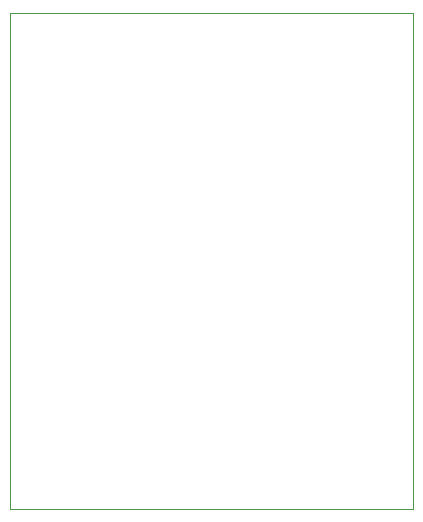
<source format=gbr>
G04 #@! TF.GenerationSoftware,KiCad,Pcbnew,(5.1.5)-3*
G04 #@! TF.CreationDate,2020-04-11T23:24:35-04:00*
G04 #@! TF.ProjectId,Doorbell,446f6f72-6265-46c6-9c2e-6b696361645f,v1*
G04 #@! TF.SameCoordinates,Original*
G04 #@! TF.FileFunction,Profile,NP*
%FSLAX46Y46*%
G04 Gerber Fmt 4.6, Leading zero omitted, Abs format (unit mm)*
G04 Created by KiCad (PCBNEW (5.1.5)-3) date 2020-04-11 23:24:35*
%MOMM*%
%LPD*%
G04 APERTURE LIST*
%ADD10C,0.050000*%
G04 APERTURE END LIST*
D10*
X132080000Y-63817500D02*
X132080000Y-105854500D01*
X166179500Y-63817500D02*
X132080000Y-63817500D01*
X166179500Y-105854500D02*
X166179500Y-63817500D01*
X132080000Y-105854500D02*
X166179500Y-105854500D01*
M02*

</source>
